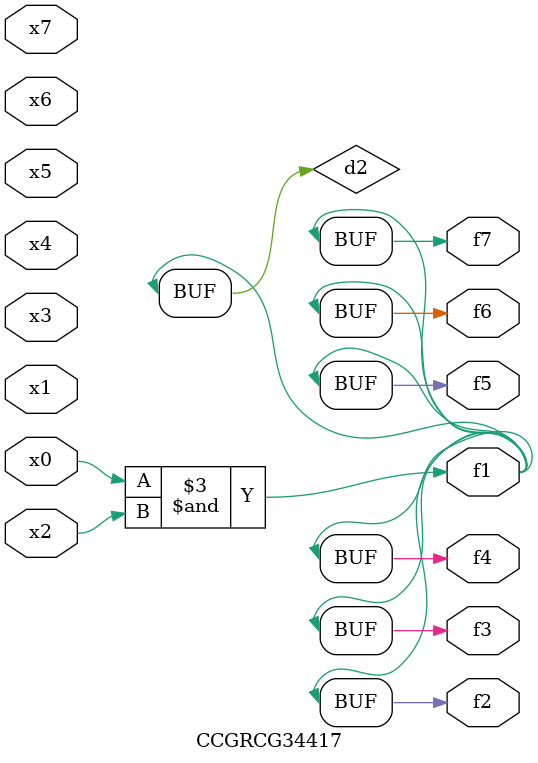
<source format=v>
module CCGRCG34417(
	input x0, x1, x2, x3, x4, x5, x6, x7,
	output f1, f2, f3, f4, f5, f6, f7
);

	wire d1, d2;

	nor (d1, x3, x6);
	and (d2, x0, x2);
	assign f1 = d2;
	assign f2 = d2;
	assign f3 = d2;
	assign f4 = d2;
	assign f5 = d2;
	assign f6 = d2;
	assign f7 = d2;
endmodule

</source>
